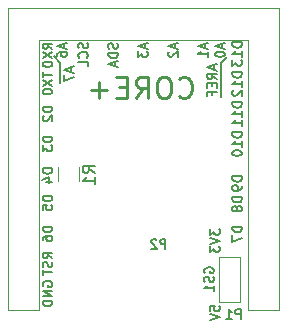
<source format=gbr>
G04 #@! TF.FileFunction,Legend,Bot*
%FSLAX46Y46*%
G04 Gerber Fmt 4.6, Leading zero omitted, Abs format (unit mm)*
G04 Created by KiCad (PCBNEW 4.0.6) date 08/29/18 06:25:22*
%MOMM*%
%LPD*%
G01*
G04 APERTURE LIST*
%ADD10C,0.100000*%
%ADD11C,0.250000*%
%ADD12C,0.150000*%
%ADD13C,0.120000*%
G04 APERTURE END LIST*
D10*
D11*
X154455285Y-71387857D02*
X154540999Y-71473571D01*
X154798142Y-71559286D01*
X154969571Y-71559286D01*
X155226714Y-71473571D01*
X155398142Y-71302143D01*
X155483857Y-71130714D01*
X155569571Y-70787857D01*
X155569571Y-70530714D01*
X155483857Y-70187857D01*
X155398142Y-70016429D01*
X155226714Y-69845000D01*
X154969571Y-69759286D01*
X154798142Y-69759286D01*
X154540999Y-69845000D01*
X154455285Y-69930714D01*
X153340999Y-69759286D02*
X152998142Y-69759286D01*
X152826714Y-69845000D01*
X152655285Y-70016429D01*
X152569571Y-70359286D01*
X152569571Y-70959286D01*
X152655285Y-71302143D01*
X152826714Y-71473571D01*
X152998142Y-71559286D01*
X153340999Y-71559286D01*
X153512428Y-71473571D01*
X153683857Y-71302143D01*
X153769571Y-70959286D01*
X153769571Y-70359286D01*
X153683857Y-70016429D01*
X153512428Y-69845000D01*
X153340999Y-69759286D01*
X150769571Y-71559286D02*
X151369571Y-70702143D01*
X151798143Y-71559286D02*
X151798143Y-69759286D01*
X151112428Y-69759286D01*
X150941000Y-69845000D01*
X150855285Y-69930714D01*
X150769571Y-70102143D01*
X150769571Y-70359286D01*
X150855285Y-70530714D01*
X150941000Y-70616429D01*
X151112428Y-70702143D01*
X151798143Y-70702143D01*
X149998143Y-70616429D02*
X149398143Y-70616429D01*
X149141000Y-71559286D02*
X149998143Y-71559286D01*
X149998143Y-69759286D01*
X149141000Y-69759286D01*
X148369572Y-70873571D02*
X146998143Y-70873571D01*
X147683857Y-71559286D02*
X147683857Y-70187857D01*
D12*
X153291476Y-84336905D02*
X153291476Y-83536905D01*
X152986714Y-83536905D01*
X152910523Y-83575000D01*
X152872428Y-83613095D01*
X152834333Y-83689286D01*
X152834333Y-83803571D01*
X152872428Y-83879762D01*
X152910523Y-83917857D01*
X152986714Y-83955952D01*
X153291476Y-83955952D01*
X152529571Y-83613095D02*
X152491476Y-83575000D01*
X152415285Y-83536905D01*
X152224809Y-83536905D01*
X152148619Y-83575000D01*
X152110523Y-83613095D01*
X152072428Y-83689286D01*
X152072428Y-83765476D01*
X152110523Y-83879762D01*
X152567666Y-84336905D01*
X152072428Y-84336905D01*
X142931000Y-87515477D02*
X142892905Y-87439286D01*
X142892905Y-87325001D01*
X142931000Y-87210715D01*
X143007190Y-87134524D01*
X143083381Y-87096429D01*
X143235762Y-87058334D01*
X143350048Y-87058334D01*
X143502429Y-87096429D01*
X143578619Y-87134524D01*
X143654810Y-87210715D01*
X143692905Y-87325001D01*
X143692905Y-87401191D01*
X143654810Y-87515477D01*
X143616714Y-87553572D01*
X143350048Y-87553572D01*
X143350048Y-87401191D01*
X143692905Y-87896429D02*
X142892905Y-87896429D01*
X143692905Y-88353572D01*
X142892905Y-88353572D01*
X143692905Y-88734524D02*
X142892905Y-88734524D01*
X142892905Y-88925000D01*
X142931000Y-89039286D01*
X143007190Y-89115477D01*
X143083381Y-89153572D01*
X143235762Y-89191667D01*
X143350048Y-89191667D01*
X143502429Y-89153572D01*
X143578619Y-89115477D01*
X143654810Y-89039286D01*
X143692905Y-88925000D01*
X143692905Y-88734524D01*
X143692905Y-85126905D02*
X143311952Y-84860238D01*
X143692905Y-84669762D02*
X142892905Y-84669762D01*
X142892905Y-84974524D01*
X142931000Y-85050715D01*
X142969095Y-85088810D01*
X143045286Y-85126905D01*
X143159571Y-85126905D01*
X143235762Y-85088810D01*
X143273857Y-85050715D01*
X143311952Y-84974524D01*
X143311952Y-84669762D01*
X143654810Y-85431667D02*
X143692905Y-85545953D01*
X143692905Y-85736429D01*
X143654810Y-85812619D01*
X143616714Y-85850715D01*
X143540524Y-85888810D01*
X143464333Y-85888810D01*
X143388143Y-85850715D01*
X143350048Y-85812619D01*
X143311952Y-85736429D01*
X143273857Y-85584048D01*
X143235762Y-85507857D01*
X143197667Y-85469762D01*
X143121476Y-85431667D01*
X143045286Y-85431667D01*
X142969095Y-85469762D01*
X142931000Y-85507857D01*
X142892905Y-85584048D01*
X142892905Y-85774524D01*
X142931000Y-85888810D01*
X142892905Y-86117381D02*
X142892905Y-86574524D01*
X143692905Y-86345953D02*
X142892905Y-86345953D01*
X143692905Y-82474524D02*
X142892905Y-82474524D01*
X142892905Y-82665000D01*
X142931000Y-82779286D01*
X143007190Y-82855477D01*
X143083381Y-82893572D01*
X143235762Y-82931667D01*
X143350048Y-82931667D01*
X143502429Y-82893572D01*
X143578619Y-82855477D01*
X143654810Y-82779286D01*
X143692905Y-82665000D01*
X143692905Y-82474524D01*
X142892905Y-83617381D02*
X142892905Y-83465000D01*
X142931000Y-83388810D01*
X142969095Y-83350715D01*
X143083381Y-83274524D01*
X143235762Y-83236429D01*
X143540524Y-83236429D01*
X143616714Y-83274524D01*
X143654810Y-83312619D01*
X143692905Y-83388810D01*
X143692905Y-83541191D01*
X143654810Y-83617381D01*
X143616714Y-83655477D01*
X143540524Y-83693572D01*
X143350048Y-83693572D01*
X143273857Y-83655477D01*
X143235762Y-83617381D01*
X143197667Y-83541191D01*
X143197667Y-83388810D01*
X143235762Y-83312619D01*
X143273857Y-83274524D01*
X143350048Y-83236429D01*
X143692905Y-79864524D02*
X142892905Y-79864524D01*
X142892905Y-80055000D01*
X142931000Y-80169286D01*
X143007190Y-80245477D01*
X143083381Y-80283572D01*
X143235762Y-80321667D01*
X143350048Y-80321667D01*
X143502429Y-80283572D01*
X143578619Y-80245477D01*
X143654810Y-80169286D01*
X143692905Y-80055000D01*
X143692905Y-79864524D01*
X142892905Y-81045477D02*
X142892905Y-80664524D01*
X143273857Y-80626429D01*
X143235762Y-80664524D01*
X143197667Y-80740715D01*
X143197667Y-80931191D01*
X143235762Y-81007381D01*
X143273857Y-81045477D01*
X143350048Y-81083572D01*
X143540524Y-81083572D01*
X143616714Y-81045477D01*
X143654810Y-81007381D01*
X143692905Y-80931191D01*
X143692905Y-80740715D01*
X143654810Y-80664524D01*
X143616714Y-80626429D01*
X143692905Y-77534524D02*
X142892905Y-77534524D01*
X142892905Y-77725000D01*
X142931000Y-77839286D01*
X143007190Y-77915477D01*
X143083381Y-77953572D01*
X143235762Y-77991667D01*
X143350048Y-77991667D01*
X143502429Y-77953572D01*
X143578619Y-77915477D01*
X143654810Y-77839286D01*
X143692905Y-77725000D01*
X143692905Y-77534524D01*
X143159571Y-78677381D02*
X143692905Y-78677381D01*
X142854810Y-78486905D02*
X143426238Y-78296429D01*
X143426238Y-78791667D01*
X143692905Y-74854524D02*
X142892905Y-74854524D01*
X142892905Y-75045000D01*
X142931000Y-75159286D01*
X143007190Y-75235477D01*
X143083381Y-75273572D01*
X143235762Y-75311667D01*
X143350048Y-75311667D01*
X143502429Y-75273572D01*
X143578619Y-75235477D01*
X143654810Y-75159286D01*
X143692905Y-75045000D01*
X143692905Y-74854524D01*
X142892905Y-75578334D02*
X142892905Y-76073572D01*
X143197667Y-75806905D01*
X143197667Y-75921191D01*
X143235762Y-75997381D01*
X143273857Y-76035477D01*
X143350048Y-76073572D01*
X143540524Y-76073572D01*
X143616714Y-76035477D01*
X143654810Y-75997381D01*
X143692905Y-75921191D01*
X143692905Y-75692619D01*
X143654810Y-75616429D01*
X143616714Y-75578334D01*
X143692905Y-72324524D02*
X142892905Y-72324524D01*
X142892905Y-72515000D01*
X142931000Y-72629286D01*
X143007190Y-72705477D01*
X143083381Y-72743572D01*
X143235762Y-72781667D01*
X143350048Y-72781667D01*
X143502429Y-72743572D01*
X143578619Y-72705477D01*
X143654810Y-72629286D01*
X143692905Y-72515000D01*
X143692905Y-72324524D01*
X142969095Y-73086429D02*
X142931000Y-73124524D01*
X142892905Y-73200715D01*
X142892905Y-73391191D01*
X142931000Y-73467381D01*
X142969095Y-73505477D01*
X143045286Y-73543572D01*
X143121476Y-73543572D01*
X143235762Y-73505477D01*
X143692905Y-73048334D01*
X143692905Y-73543572D01*
X145294333Y-68973572D02*
X145294333Y-69354524D01*
X145522905Y-68897381D02*
X144722905Y-69164048D01*
X145522905Y-69430715D01*
X144722905Y-69621191D02*
X144722905Y-70154524D01*
X145522905Y-69811667D01*
X144391000Y-68575000D02*
X144391000Y-70315000D01*
X143871000Y-68055000D02*
X144391000Y-68575000D01*
X142892905Y-69364523D02*
X142892905Y-69821666D01*
X143692905Y-69593095D02*
X142892905Y-69593095D01*
X142892905Y-70012143D02*
X143692905Y-70545476D01*
X142892905Y-70545476D02*
X143692905Y-70012143D01*
X142892905Y-71002619D02*
X142892905Y-71078810D01*
X142931000Y-71155000D01*
X142969095Y-71193095D01*
X143045286Y-71231191D01*
X143197667Y-71269286D01*
X143388143Y-71269286D01*
X143540524Y-71231191D01*
X143616714Y-71193095D01*
X143654810Y-71155000D01*
X143692905Y-71078810D01*
X143692905Y-71002619D01*
X143654810Y-70926429D01*
X143616714Y-70888333D01*
X143540524Y-70850238D01*
X143388143Y-70812143D01*
X143197667Y-70812143D01*
X143045286Y-70850238D01*
X142969095Y-70888333D01*
X142931000Y-70926429D01*
X142892905Y-71002619D01*
X143712905Y-67420714D02*
X143331952Y-67154047D01*
X143712905Y-66963571D02*
X142912905Y-66963571D01*
X142912905Y-67268333D01*
X142951000Y-67344524D01*
X142989095Y-67382619D01*
X143065286Y-67420714D01*
X143179571Y-67420714D01*
X143255762Y-67382619D01*
X143293857Y-67344524D01*
X143331952Y-67268333D01*
X143331952Y-66963571D01*
X142912905Y-67687381D02*
X143712905Y-68220714D01*
X142912905Y-68220714D02*
X143712905Y-67687381D01*
X142912905Y-68677857D02*
X142912905Y-68754048D01*
X142951000Y-68830238D01*
X142989095Y-68868333D01*
X143065286Y-68906429D01*
X143217667Y-68944524D01*
X143408143Y-68944524D01*
X143560524Y-68906429D01*
X143636714Y-68868333D01*
X143674810Y-68830238D01*
X143712905Y-68754048D01*
X143712905Y-68677857D01*
X143674810Y-68601667D01*
X143636714Y-68563571D01*
X143560524Y-68525476D01*
X143408143Y-68487381D01*
X143217667Y-68487381D01*
X143065286Y-68525476D01*
X142989095Y-68563571D01*
X142951000Y-68601667D01*
X142912905Y-68677857D01*
X144704333Y-66953572D02*
X144704333Y-67334524D01*
X144932905Y-66877381D02*
X144132905Y-67144048D01*
X144932905Y-67410715D01*
X144132905Y-68020238D02*
X144132905Y-67867857D01*
X144171000Y-67791667D01*
X144209095Y-67753572D01*
X144323381Y-67677381D01*
X144475762Y-67639286D01*
X144780524Y-67639286D01*
X144856714Y-67677381D01*
X144894810Y-67715476D01*
X144932905Y-67791667D01*
X144932905Y-67944048D01*
X144894810Y-68020238D01*
X144856714Y-68058334D01*
X144780524Y-68096429D01*
X144590048Y-68096429D01*
X144513857Y-68058334D01*
X144475762Y-68020238D01*
X144437667Y-67944048D01*
X144437667Y-67791667D01*
X144475762Y-67715476D01*
X144513857Y-67677381D01*
X144590048Y-67639286D01*
X146684810Y-66912619D02*
X146722905Y-67026905D01*
X146722905Y-67217381D01*
X146684810Y-67293571D01*
X146646714Y-67331667D01*
X146570524Y-67369762D01*
X146494333Y-67369762D01*
X146418143Y-67331667D01*
X146380048Y-67293571D01*
X146341952Y-67217381D01*
X146303857Y-67065000D01*
X146265762Y-66988809D01*
X146227667Y-66950714D01*
X146151476Y-66912619D01*
X146075286Y-66912619D01*
X145999095Y-66950714D01*
X145961000Y-66988809D01*
X145922905Y-67065000D01*
X145922905Y-67255476D01*
X145961000Y-67369762D01*
X146646714Y-68169762D02*
X146684810Y-68131667D01*
X146722905Y-68017381D01*
X146722905Y-67941191D01*
X146684810Y-67826905D01*
X146608619Y-67750714D01*
X146532429Y-67712619D01*
X146380048Y-67674524D01*
X146265762Y-67674524D01*
X146113381Y-67712619D01*
X146037190Y-67750714D01*
X145961000Y-67826905D01*
X145922905Y-67941191D01*
X145922905Y-68017381D01*
X145961000Y-68131667D01*
X145999095Y-68169762D01*
X146722905Y-68893572D02*
X146722905Y-68512619D01*
X145922905Y-68512619D01*
X149224810Y-66933572D02*
X149262905Y-67047858D01*
X149262905Y-67238334D01*
X149224810Y-67314524D01*
X149186714Y-67352620D01*
X149110524Y-67390715D01*
X149034333Y-67390715D01*
X148958143Y-67352620D01*
X148920048Y-67314524D01*
X148881952Y-67238334D01*
X148843857Y-67085953D01*
X148805762Y-67009762D01*
X148767667Y-66971667D01*
X148691476Y-66933572D01*
X148615286Y-66933572D01*
X148539095Y-66971667D01*
X148501000Y-67009762D01*
X148462905Y-67085953D01*
X148462905Y-67276429D01*
X148501000Y-67390715D01*
X149262905Y-67733572D02*
X148462905Y-67733572D01*
X148462905Y-67924048D01*
X148501000Y-68038334D01*
X148577190Y-68114525D01*
X148653381Y-68152620D01*
X148805762Y-68190715D01*
X148920048Y-68190715D01*
X149072429Y-68152620D01*
X149148619Y-68114525D01*
X149224810Y-68038334D01*
X149262905Y-67924048D01*
X149262905Y-67733572D01*
X149034333Y-68495477D02*
X149034333Y-68876429D01*
X149262905Y-68419286D02*
X148462905Y-68685953D01*
X149262905Y-68952620D01*
X151544333Y-66953572D02*
X151544333Y-67334524D01*
X151772905Y-66877381D02*
X150972905Y-67144048D01*
X151772905Y-67410715D01*
X150972905Y-67601191D02*
X150972905Y-68096429D01*
X151277667Y-67829762D01*
X151277667Y-67944048D01*
X151315762Y-68020238D01*
X151353857Y-68058334D01*
X151430048Y-68096429D01*
X151620524Y-68096429D01*
X151696714Y-68058334D01*
X151734810Y-68020238D01*
X151772905Y-67944048D01*
X151772905Y-67715476D01*
X151734810Y-67639286D01*
X151696714Y-67601191D01*
X154094333Y-66953572D02*
X154094333Y-67334524D01*
X154322905Y-66877381D02*
X153522905Y-67144048D01*
X154322905Y-67410715D01*
X153599095Y-67639286D02*
X153561000Y-67677381D01*
X153522905Y-67753572D01*
X153522905Y-67944048D01*
X153561000Y-68020238D01*
X153599095Y-68058334D01*
X153675286Y-68096429D01*
X153751476Y-68096429D01*
X153865762Y-68058334D01*
X154322905Y-67601191D01*
X154322905Y-68096429D01*
X157991000Y-68625000D02*
X157991000Y-71465000D01*
X156624333Y-66953572D02*
X156624333Y-67334524D01*
X156852905Y-66877381D02*
X156052905Y-67144048D01*
X156852905Y-67410715D01*
X156852905Y-68096429D02*
X156852905Y-67639286D01*
X156852905Y-67867857D02*
X156052905Y-67867857D01*
X156167190Y-67791667D01*
X156243381Y-67715476D01*
X156281476Y-67639286D01*
X158064333Y-66953572D02*
X158064333Y-67334524D01*
X158292905Y-66877381D02*
X157492905Y-67144048D01*
X158292905Y-67410715D01*
X157492905Y-67829762D02*
X157492905Y-67905953D01*
X157531000Y-67982143D01*
X157569095Y-68020238D01*
X157645286Y-68058334D01*
X157797667Y-68096429D01*
X157988143Y-68096429D01*
X158140524Y-68058334D01*
X158216714Y-68020238D01*
X158254810Y-67982143D01*
X158292905Y-67905953D01*
X158292905Y-67829762D01*
X158254810Y-67753572D01*
X158216714Y-67715476D01*
X158140524Y-67677381D01*
X157988143Y-67639286D01*
X157797667Y-67639286D01*
X157645286Y-67677381D01*
X157569095Y-67715476D01*
X157531000Y-67753572D01*
X157492905Y-67829762D01*
X157384333Y-68789762D02*
X157384333Y-69170714D01*
X157612905Y-68713571D02*
X156812905Y-68980238D01*
X157612905Y-69246905D01*
X157612905Y-69970714D02*
X157231952Y-69704047D01*
X157612905Y-69513571D02*
X156812905Y-69513571D01*
X156812905Y-69818333D01*
X156851000Y-69894524D01*
X156889095Y-69932619D01*
X156965286Y-69970714D01*
X157079571Y-69970714D01*
X157155762Y-69932619D01*
X157193857Y-69894524D01*
X157231952Y-69818333D01*
X157231952Y-69513571D01*
X157193857Y-70313571D02*
X157193857Y-70580238D01*
X157612905Y-70694524D02*
X157612905Y-70313571D01*
X156812905Y-70313571D01*
X156812905Y-70694524D01*
X157193857Y-71304048D02*
X157193857Y-71037381D01*
X157612905Y-71037381D02*
X156812905Y-71037381D01*
X156812905Y-71418334D01*
X158521000Y-68095000D02*
X157991000Y-68625000D01*
X159762905Y-66873571D02*
X158962905Y-66873571D01*
X158962905Y-67064047D01*
X159001000Y-67178333D01*
X159077190Y-67254524D01*
X159153381Y-67292619D01*
X159305762Y-67330714D01*
X159420048Y-67330714D01*
X159572429Y-67292619D01*
X159648619Y-67254524D01*
X159724810Y-67178333D01*
X159762905Y-67064047D01*
X159762905Y-66873571D01*
X159762905Y-68092619D02*
X159762905Y-67635476D01*
X159762905Y-67864047D02*
X158962905Y-67864047D01*
X159077190Y-67787857D01*
X159153381Y-67711666D01*
X159191476Y-67635476D01*
X158962905Y-68359286D02*
X158962905Y-68854524D01*
X159267667Y-68587857D01*
X159267667Y-68702143D01*
X159305762Y-68778333D01*
X159343857Y-68816429D01*
X159420048Y-68854524D01*
X159610524Y-68854524D01*
X159686714Y-68816429D01*
X159724810Y-68778333D01*
X159762905Y-68702143D01*
X159762905Y-68473571D01*
X159724810Y-68397381D01*
X159686714Y-68359286D01*
X159762905Y-69383571D02*
X158962905Y-69383571D01*
X158962905Y-69574047D01*
X159001000Y-69688333D01*
X159077190Y-69764524D01*
X159153381Y-69802619D01*
X159305762Y-69840714D01*
X159420048Y-69840714D01*
X159572429Y-69802619D01*
X159648619Y-69764524D01*
X159724810Y-69688333D01*
X159762905Y-69574047D01*
X159762905Y-69383571D01*
X159762905Y-70602619D02*
X159762905Y-70145476D01*
X159762905Y-70374047D02*
X158962905Y-70374047D01*
X159077190Y-70297857D01*
X159153381Y-70221666D01*
X159191476Y-70145476D01*
X159039095Y-70907381D02*
X159001000Y-70945476D01*
X158962905Y-71021667D01*
X158962905Y-71212143D01*
X159001000Y-71288333D01*
X159039095Y-71326429D01*
X159115286Y-71364524D01*
X159191476Y-71364524D01*
X159305762Y-71326429D01*
X159762905Y-70869286D01*
X159762905Y-71364524D01*
X159762905Y-71933571D02*
X158962905Y-71933571D01*
X158962905Y-72124047D01*
X159001000Y-72238333D01*
X159077190Y-72314524D01*
X159153381Y-72352619D01*
X159305762Y-72390714D01*
X159420048Y-72390714D01*
X159572429Y-72352619D01*
X159648619Y-72314524D01*
X159724810Y-72238333D01*
X159762905Y-72124047D01*
X159762905Y-71933571D01*
X159762905Y-73152619D02*
X159762905Y-72695476D01*
X159762905Y-72924047D02*
X158962905Y-72924047D01*
X159077190Y-72847857D01*
X159153381Y-72771666D01*
X159191476Y-72695476D01*
X159762905Y-73914524D02*
X159762905Y-73457381D01*
X159762905Y-73685952D02*
X158962905Y-73685952D01*
X159077190Y-73609762D01*
X159153381Y-73533571D01*
X159191476Y-73457381D01*
X159762905Y-74493571D02*
X158962905Y-74493571D01*
X158962905Y-74684047D01*
X159001000Y-74798333D01*
X159077190Y-74874524D01*
X159153381Y-74912619D01*
X159305762Y-74950714D01*
X159420048Y-74950714D01*
X159572429Y-74912619D01*
X159648619Y-74874524D01*
X159724810Y-74798333D01*
X159762905Y-74684047D01*
X159762905Y-74493571D01*
X159762905Y-75712619D02*
X159762905Y-75255476D01*
X159762905Y-75484047D02*
X158962905Y-75484047D01*
X159077190Y-75407857D01*
X159153381Y-75331666D01*
X159191476Y-75255476D01*
X158962905Y-76207857D02*
X158962905Y-76284048D01*
X159001000Y-76360238D01*
X159039095Y-76398333D01*
X159115286Y-76436429D01*
X159267667Y-76474524D01*
X159458143Y-76474524D01*
X159610524Y-76436429D01*
X159686714Y-76398333D01*
X159724810Y-76360238D01*
X159762905Y-76284048D01*
X159762905Y-76207857D01*
X159724810Y-76131667D01*
X159686714Y-76093571D01*
X159610524Y-76055476D01*
X159458143Y-76017381D01*
X159267667Y-76017381D01*
X159115286Y-76055476D01*
X159039095Y-76093571D01*
X159001000Y-76131667D01*
X158962905Y-76207857D01*
X159762905Y-78204524D02*
X158962905Y-78204524D01*
X158962905Y-78395000D01*
X159001000Y-78509286D01*
X159077190Y-78585477D01*
X159153381Y-78623572D01*
X159305762Y-78661667D01*
X159420048Y-78661667D01*
X159572429Y-78623572D01*
X159648619Y-78585477D01*
X159724810Y-78509286D01*
X159762905Y-78395000D01*
X159762905Y-78204524D01*
X159762905Y-79042619D02*
X159762905Y-79195000D01*
X159724810Y-79271191D01*
X159686714Y-79309286D01*
X159572429Y-79385477D01*
X159420048Y-79423572D01*
X159115286Y-79423572D01*
X159039095Y-79385477D01*
X159001000Y-79347381D01*
X158962905Y-79271191D01*
X158962905Y-79118810D01*
X159001000Y-79042619D01*
X159039095Y-79004524D01*
X159115286Y-78966429D01*
X159305762Y-78966429D01*
X159381952Y-79004524D01*
X159420048Y-79042619D01*
X159458143Y-79118810D01*
X159458143Y-79271191D01*
X159420048Y-79347381D01*
X159381952Y-79385477D01*
X159305762Y-79423572D01*
X159762905Y-79964524D02*
X158962905Y-79964524D01*
X158962905Y-80155000D01*
X159001000Y-80269286D01*
X159077190Y-80345477D01*
X159153381Y-80383572D01*
X159305762Y-80421667D01*
X159420048Y-80421667D01*
X159572429Y-80383572D01*
X159648619Y-80345477D01*
X159724810Y-80269286D01*
X159762905Y-80155000D01*
X159762905Y-79964524D01*
X159305762Y-80878810D02*
X159267667Y-80802619D01*
X159229571Y-80764524D01*
X159153381Y-80726429D01*
X159115286Y-80726429D01*
X159039095Y-80764524D01*
X159001000Y-80802619D01*
X158962905Y-80878810D01*
X158962905Y-81031191D01*
X159001000Y-81107381D01*
X159039095Y-81145477D01*
X159115286Y-81183572D01*
X159153381Y-81183572D01*
X159229571Y-81145477D01*
X159267667Y-81107381D01*
X159305762Y-81031191D01*
X159305762Y-80878810D01*
X159343857Y-80802619D01*
X159381952Y-80764524D01*
X159458143Y-80726429D01*
X159610524Y-80726429D01*
X159686714Y-80764524D01*
X159724810Y-80802619D01*
X159762905Y-80878810D01*
X159762905Y-81031191D01*
X159724810Y-81107381D01*
X159686714Y-81145477D01*
X159610524Y-81183572D01*
X159458143Y-81183572D01*
X159381952Y-81145477D01*
X159343857Y-81107381D01*
X159305762Y-81031191D01*
X159762905Y-82484524D02*
X158962905Y-82484524D01*
X158962905Y-82675000D01*
X159001000Y-82789286D01*
X159077190Y-82865477D01*
X159153381Y-82903572D01*
X159305762Y-82941667D01*
X159420048Y-82941667D01*
X159572429Y-82903572D01*
X159648619Y-82865477D01*
X159724810Y-82789286D01*
X159762905Y-82675000D01*
X159762905Y-82484524D01*
X158962905Y-83208334D02*
X158962905Y-83741667D01*
X159762905Y-83398810D01*
X157092905Y-82664524D02*
X157092905Y-83159762D01*
X157397667Y-82893095D01*
X157397667Y-83007381D01*
X157435762Y-83083571D01*
X157473857Y-83121667D01*
X157550048Y-83159762D01*
X157740524Y-83159762D01*
X157816714Y-83121667D01*
X157854810Y-83083571D01*
X157892905Y-83007381D01*
X157892905Y-82778809D01*
X157854810Y-82702619D01*
X157816714Y-82664524D01*
X157092905Y-83388333D02*
X157892905Y-83655000D01*
X157092905Y-83921667D01*
X157092905Y-84112143D02*
X157092905Y-84607381D01*
X157397667Y-84340714D01*
X157397667Y-84455000D01*
X157435762Y-84531190D01*
X157473857Y-84569286D01*
X157550048Y-84607381D01*
X157740524Y-84607381D01*
X157816714Y-84569286D01*
X157854810Y-84531190D01*
X157892905Y-84455000D01*
X157892905Y-84226428D01*
X157854810Y-84150238D01*
X157816714Y-84112143D01*
X157082905Y-89592620D02*
X157082905Y-89211667D01*
X157463857Y-89173572D01*
X157425762Y-89211667D01*
X157387667Y-89287858D01*
X157387667Y-89478334D01*
X157425762Y-89554524D01*
X157463857Y-89592620D01*
X157540048Y-89630715D01*
X157730524Y-89630715D01*
X157806714Y-89592620D01*
X157844810Y-89554524D01*
X157882905Y-89478334D01*
X157882905Y-89287858D01*
X157844810Y-89211667D01*
X157806714Y-89173572D01*
X157082905Y-89859286D02*
X157882905Y-90125953D01*
X157082905Y-90392620D01*
D13*
X139919400Y-89493400D02*
X139919400Y-63973400D01*
X139919400Y-63973400D02*
X162899400Y-63973400D01*
X162899400Y-89493400D02*
X162899400Y-63973400D01*
X160239400Y-89493400D02*
X160239400Y-66633400D01*
X160239400Y-66633400D02*
X142579400Y-66633400D01*
X142579400Y-89493400D02*
X142579400Y-66633400D01*
X142579400Y-89493400D02*
X142579400Y-82683400D01*
X162899400Y-89493400D02*
X160239400Y-89493400D01*
X139919400Y-89493400D02*
X142579400Y-89493400D01*
X162899400Y-67843400D02*
X162899400Y-66513400D01*
X145961000Y-78595000D02*
X145961000Y-77395000D01*
X144201000Y-77395000D02*
X144201000Y-78595000D01*
X157831000Y-88815000D02*
X157831000Y-84995000D01*
X157831000Y-84995000D02*
X159611000Y-84995000D01*
X159611000Y-84995000D02*
X159611000Y-88815000D01*
X157831000Y-88815000D02*
X159611000Y-88815000D01*
D12*
X159651476Y-90276905D02*
X159651476Y-89476905D01*
X159346714Y-89476905D01*
X159270523Y-89515000D01*
X159232428Y-89553095D01*
X159194333Y-89629286D01*
X159194333Y-89743571D01*
X159232428Y-89819762D01*
X159270523Y-89857857D01*
X159346714Y-89895952D01*
X159651476Y-89895952D01*
X158432428Y-90276905D02*
X158889571Y-90276905D01*
X158661000Y-90276905D02*
X158661000Y-89476905D01*
X158737190Y-89591190D01*
X158813381Y-89667381D01*
X158889571Y-89705476D01*
X147293381Y-77898334D02*
X146817190Y-77565000D01*
X147293381Y-77326905D02*
X146293381Y-77326905D01*
X146293381Y-77707858D01*
X146341000Y-77803096D01*
X146388619Y-77850715D01*
X146483857Y-77898334D01*
X146626714Y-77898334D01*
X146721952Y-77850715D01*
X146769571Y-77803096D01*
X146817190Y-77707858D01*
X146817190Y-77326905D01*
X147293381Y-78850715D02*
X147293381Y-78279286D01*
X147293381Y-78565000D02*
X146293381Y-78565000D01*
X146436238Y-78469762D01*
X146531476Y-78374524D01*
X146579095Y-78279286D01*
X156621000Y-86352619D02*
X156582905Y-86276428D01*
X156582905Y-86162143D01*
X156621000Y-86047857D01*
X156697190Y-85971666D01*
X156773381Y-85933571D01*
X156925762Y-85895476D01*
X157040048Y-85895476D01*
X157192429Y-85933571D01*
X157268619Y-85971666D01*
X157344810Y-86047857D01*
X157382905Y-86162143D01*
X157382905Y-86238333D01*
X157344810Y-86352619D01*
X157306714Y-86390714D01*
X157040048Y-86390714D01*
X157040048Y-86238333D01*
X157344810Y-86695476D02*
X157382905Y-86809762D01*
X157382905Y-87000238D01*
X157344810Y-87076428D01*
X157306714Y-87114524D01*
X157230524Y-87152619D01*
X157154333Y-87152619D01*
X157078143Y-87114524D01*
X157040048Y-87076428D01*
X157001952Y-87000238D01*
X156963857Y-86847857D01*
X156925762Y-86771666D01*
X156887667Y-86733571D01*
X156811476Y-86695476D01*
X156735286Y-86695476D01*
X156659095Y-86733571D01*
X156621000Y-86771666D01*
X156582905Y-86847857D01*
X156582905Y-87038333D01*
X156621000Y-87152619D01*
X157382905Y-87914524D02*
X157382905Y-87457381D01*
X157382905Y-87685952D02*
X156582905Y-87685952D01*
X156697190Y-87609762D01*
X156773381Y-87533571D01*
X156811476Y-87457381D01*
M02*

</source>
